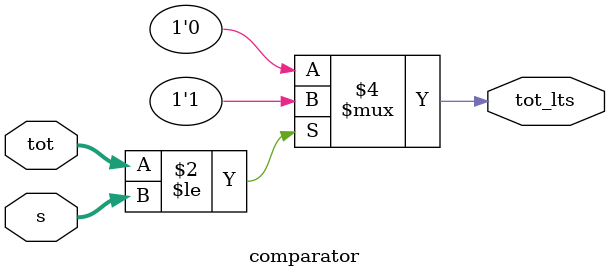
<source format=v>
module comparator (s, tot, tot_lts);
	parameter n=8;
	input [n-1:0] s, tot;
	output reg tot_lts;
	
	always@(s,tot)
	if (tot<=s) begin
		tot_lts = 1'b1;
		end
	else begin
		tot_lts = 1'b0;
		end
		
endmodule
</source>
